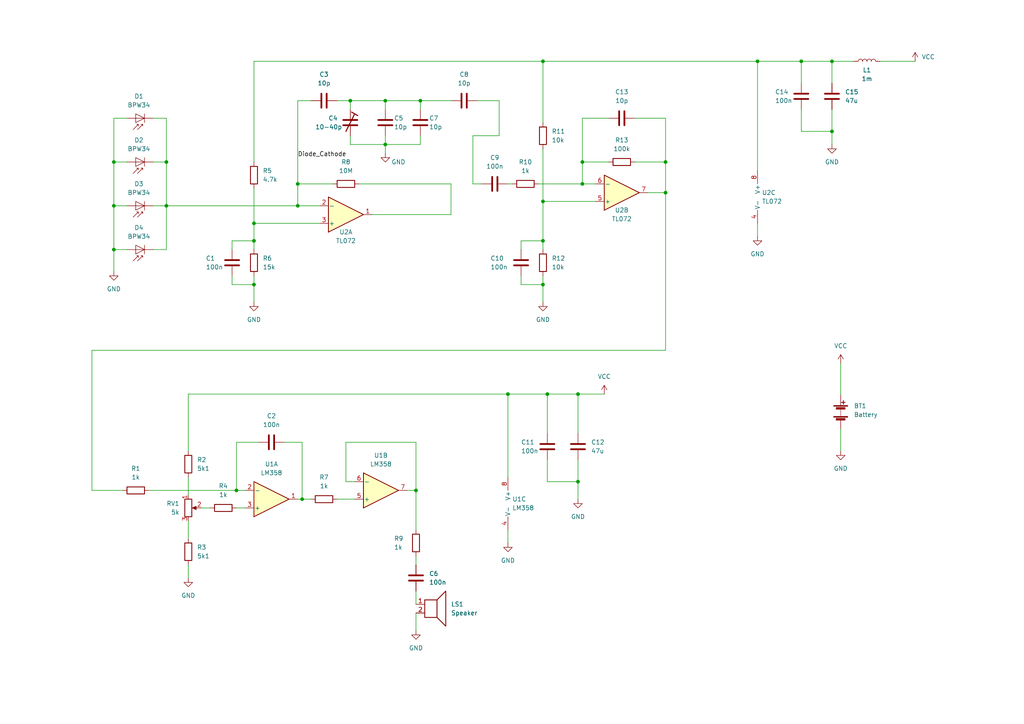
<source format=kicad_sch>
(kicad_sch (version 20211123) (generator eeschema)
  (paper "A4")
  (title_block (title "PIN dióda alapú Geiger-Müller recsegő") (date "2022-04-23") (rev "1.0"))
  (lib_symbols
    (symbol "Amplifier_Operational:LM358" (pin_names (offset 0.127))
      (property "Reference" "U" (at 0 5.08 0))
      (property "Value" "LM358" (at 0 -5.08 0))
      (symbol "LM358_1_1"
        (polyline (pts (xy -5.08 5.08) (xy 5.08 0) (xy -5.08 -5.08) (xy -5.08 5.08)) (stroke (width 0.254)) (fill (type background)))
        (pin output line (at 7.62 0 180) (length 2.54) (name "~") (number "1"))
        (pin input line (at -7.62 -2.54 0) (length 2.54) (name "-") (number "2"))
        (pin input line (at -7.62 2.54 0) (length 2.54) (name "+") (number "3"))
      )
      (symbol "LM358_2_1"
        (polyline (pts (xy -5.08 5.08) (xy 5.08 0) (xy -5.08 -5.08) (xy -5.08 5.08)) (stroke (width 0.254)) (fill (type background)))
        (pin input line (at -7.62 2.54 0) (length 2.54) (name "+") (number "5"))
        (pin input line (at -7.62 -2.54 0) (length 2.54) (name "-") (number "6"))
        (pin output line (at 7.62 0 180) (length 2.54) (name "~") (number "7"))
      )
      (symbol "LM358_3_1"
        (pin power_in line (at -2.54 -7.62 90) (length 3.81) (name "V-") (number "4"))
        (pin power_in line (at -2.54 7.62 270) (length 3.81) (name "V+") (number "8"))
      )
    )
    (symbol "Amplifier_Operational:TL072" (pin_names (offset 0.127))
      (property "Reference" "U" (at 0 5.08 0))
      (property "Value" "TL072" (at 0 -5.08 0))
      (symbol "TL072_1_1"
        (polyline (pts (xy -5.08 5.08) (xy 5.08 0) (xy -5.08 -5.08) (xy -5.08 5.08)) (stroke (width 0.254)) (fill (type background)))
        (pin output line (at 7.62 0 180) (length 2.54) (name "~") (number "1"))
        (pin input line (at -7.62 -2.54 0) (length 2.54) (name "-") (number "2"))
        (pin input line (at -7.62 2.54 0) (length 2.54) (name "+") (number "3"))
      )
      (symbol "TL072_2_1"
        (polyline (pts (xy -5.08 5.08) (xy 5.08 0) (xy -5.08 -5.08) (xy -5.08 5.08)) (stroke (width 0.254)) (fill (type background)))
        (pin input line (at -7.62 2.54 0) (length 2.54) (name "+") (number "5"))
        (pin input line (at -7.62 -2.54 0) (length 2.54) (name "-") (number "6"))
        (pin output line (at 7.62 0 180) (length 2.54) (name "~") (number "7"))
      )
      (symbol "TL072_3_1"
        (pin power_in line (at -2.54 -7.62 90) (length 3.81) (name "V-") (number "4"))
        (pin power_in line (at -2.54 7.62 270) (length 3.81) (name "V+") (number "8"))
      )
    )
    (symbol "Device:Battery" (pin_numbers hide) (pin_names (offset 0) hide)
      (property "Reference" "BT" (at 2.54 2.54 0))
      (property "Value" "Battery" (at 2.54 0 0))
      (symbol "Battery_0_1"
        (rectangle (start -2.032 -1.397) (end 2.032 -1.651) (fill (type outline)))
        (rectangle (start -2.032 1.778) (end 2.032 1.524) (fill (type outline)))
        (rectangle (start -1.3208 -1.9812) (end 1.27 -2.4892) (fill (type outline)))
        (rectangle (start -1.3208 1.1938) (end 1.27 0.6858) (fill (type outline)))
        (polyline (pts (xy 0 -1.524) (xy 0 -1.27)))
        (polyline (pts (xy 0 -1.016) (xy 0 -0.762)))
        (polyline (pts (xy 0 -0.508) (xy 0 -0.254)))
        (polyline (pts (xy 0 0) (xy 0 0.254)))
        (polyline (pts (xy 0 0.508) (xy 0 0.762)))
        (polyline (pts (xy 0 1.778) (xy 0 2.54)))
        (polyline (pts (xy 0.254 2.667) (xy 1.27 2.667)) (stroke (width 0.254)))
        (polyline (pts (xy 0.762 3.175) (xy 0.762 2.159)) (stroke (width 0.254)))
      )
      (symbol "Battery_1_1"
        (pin passive line (at 0 5.08 270) (length 2.54) (name "+") (number "1"))
        (pin passive line (at 0 -5.08 90) (length 2.54) (name "-") (number "2"))
      )
    )
    (symbol "Device:C" (pin_numbers hide) (pin_names (offset 0.254))
      (property "Reference" "C" (at 0.635 2.54 0))
      (property "Value" "C" (at 0.635 -2.54 0))
      (symbol "C_0_1"
        (polyline (pts (xy -2.032 -0.762) (xy 2.032 -0.762)) (stroke (width 0.508)))
        (polyline (pts (xy -2.032 0.762) (xy 2.032 0.762)) (stroke (width 0.508)))
      )
      (symbol "C_1_1"
        (pin passive line (at 0 3.81 270) (length 2.794) (name "~") (number "1"))
        (pin passive line (at 0 -3.81 90) (length 2.794) (name "~") (number "2"))
      )
    )
    (symbol "Device:C_Trim" (pin_numbers hide) (pin_names (offset 0.254) hide)
      (property "Reference" "C" (at 1.524 -2.032 0))
      (property "Value" "C_Trim" (at 3.048 -3.556 0))
      (symbol "C_Trim_0_1"
        (polyline (pts (xy -2.032 -0.762) (xy 2.032 -0.762)) (stroke (width 0.508)))
        (polyline (pts (xy -2.032 0.762) (xy 2.032 0.762)) (stroke (width 0.508)))
        (polyline (pts (xy 1.27 2.54) (xy -1.27 -2.54)) (stroke (width 0.3048)))
        (polyline (pts (xy 1.27 2.54) (xy 0.381 3.048)) (stroke (width 0.3048)))
        (polyline (pts (xy 1.27 2.54) (xy 2.159 2.032)) (stroke (width 0.3048)))
      )
      (symbol "C_Trim_1_1"
        (pin passive line (at 0 3.81 270) (length 3.048) (name "~") (number "1"))
        (pin passive line (at 0 -3.81 90) (length 3.048) (name "~") (number "2"))
      )
    )
    (symbol "Device:L" (pin_numbers hide) (pin_names (offset 1.016) hide)
      (property "Reference" "L" (at -1.27 0 90))
      (property "Value" "L" (at 1.905 0 90))
      (symbol "L_0_1"
        (arc (start 0 -2.54) (mid 0.635 -1.905) (end 0 -1.27))
        (arc (start 0 -1.27) (mid 0.635 -0.635) (end 0 0))
        (arc (start 0 0) (mid 0.635 0.635) (end 0 1.27))
        (arc (start 0 1.27) (mid 0.635 1.905) (end 0 2.54))
      )
      (symbol "L_1_1"
        (pin passive line (at 0 3.81 270) (length 1.27) (name "1") (number "1"))
        (pin passive line (at 0 -3.81 90) (length 1.27) (name "2") (number "2"))
      )
    )
    (symbol "Device:R" (pin_numbers hide) (pin_names (offset 0))
      (property "Reference" "R" (at 2.032 0 90))
      (property "Value" "R" (at 0 0 90))
      (symbol "R_0_1"
        (rectangle (start -1.016 -2.54) (end 1.016 2.54) (stroke (width 0.254)))
      )
      (symbol "R_1_1"
        (pin passive line (at 0 3.81 270) (length 1.27) (name "~") (number "1"))
        (pin passive line (at 0 -3.81 90) (length 1.27) (name "~") (number "2"))
      )
    )
    (symbol "Device:R_Potentiometer" (pin_names (offset 1.016) hide)
      (property "Reference" "RV" (at -4.445 0 90))
      (property "Value" "R_Potentiometer" (at -2.54 0 90))
      (symbol "R_Potentiometer_0_1"
        (polyline (pts (xy 2.54 0) (xy 1.524 0)))
        (polyline (pts (xy 1.143 0) (xy 2.286 0.508) (xy 2.286 -0.508) (xy 1.143 0)) (fill (type outline)))
        (rectangle (start 1.016 2.54) (end -1.016 -2.54) (stroke (width 0.254)))
      )
      (symbol "R_Potentiometer_1_1"
        (pin passive line (at 0 3.81 270) (length 1.27) (name "1") (number "1"))
        (pin passive line (at 3.81 0 180) (length 1.27) (name "2") (number "2"))
        (pin passive line (at 0 -3.81 90) (length 1.27) (name "3") (number "3"))
      )
    )
    (symbol "Device:Speaker" (pin_names (offset 0) hide)
      (property "Reference" "LS" (at 1.27 5.715 0))
      (property "Value" "Speaker" (at 1.27 3.81 0))
      (symbol "Speaker_0_0"
        (rectangle (start -2.54 1.27) (end 1.016 -3.81) (stroke (width 0.254)))
        (polyline (pts (xy 1.016 1.27) (xy 3.556 3.81) (xy 3.556 -6.35) (xy 1.016 -3.81)) (stroke (width 0.254)))
      )
      (symbol "Speaker_1_1"
        (pin input line (at -5.08 0 0) (length 2.54) (name "1") (number "1"))
        (pin input line (at -5.08 -2.54 0) (length 2.54) (name "2") (number "2"))
      )
    )
    (symbol "Sensor_Optical:BPW34" (pin_numbers hide) (pin_names (offset 1.016) hide)
      (property "Reference" "D" (at 0.508 1.778 0))
      (property "Value" "BPW34" (at -1.016 -2.794 0))
      (symbol "BPW34_0_1"
        (polyline (pts (xy -2.54 1.27) (xy -2.54 -1.27)) (stroke (width 0.1524)))
        (polyline (pts (xy -2.032 1.778) (xy -1.524 1.778)))
        (polyline (pts (xy 0 -1.27) (xy 0 1.27)))
        (polyline (pts (xy 0 0) (xy -2.54 0)))
        (polyline (pts (xy -0.508 3.302) (xy -2.032 1.778) (xy -2.032 2.286)))
        (polyline (pts (xy 0 1.27) (xy -2.54 0) (xy 0 -1.27)))
        (polyline (pts (xy 0.762 3.302) (xy -0.762 1.778) (xy -0.762 2.286) (xy -0.762 1.778) (xy -0.254 1.778)))
      )
      (symbol "BPW34_1_1"
        (pin passive line (at -5.08 0 0) (length 2.54) (name "K") (number "1"))
        (pin passive line (at 2.54 0 180) (length 2.54) (name "A") (number "2"))
      )
    )
    (symbol "power:GND" (power) (pin_names (offset 0))
      (property "Value" "GND" (at 0 -3.81 0))
      (symbol "GND_0_1"
        (polyline (pts (xy 0 0) (xy 0 -1.27) (xy 1.27 -1.27) (xy 0 -2.54) (xy -1.27 -1.27) (xy 0 -1.27)))
      )
      (symbol "GND_1_1"
        (pin power_in line (at 0 0 270) (length 0) hide (name "GND") (number "1"))
      )
    )
    (symbol "power:VCC" (power) (pin_names (offset 0))
      (property "Value" "VCC" (at 0 3.81 0))
      (symbol "VCC_0_1"
        (polyline (pts (xy -0.762 1.27) (xy 0 2.54)))
        (polyline (pts (xy 0 0) (xy 0 2.54)))
        (polyline (pts (xy 0 2.54) (xy 0.762 1.27)))
      )
      (symbol "VCC_1_1"
        (pin power_in line (at 0 0 90) (length 0) hide (name "VCC") (number "1"))
      )
    )
  )
  (junction (at 73.66 64.77))
  (junction (at 73.66 69.85))
  (junction (at 33.02 72.39))
  (junction (at 241.3 38.1))
  (junction (at 241.3 17.78))
  (junction (at 111.76 41.91))
  (junction (at 101.6 29.21))
  (junction (at 87.63 144.78))
  (junction (at 193.04 55.88))
  (junction (at 193.04 46.99))
  (junction (at 68.58 142.24))
  (junction (at 168.91 53.34))
  (junction (at 157.48 17.78))
  (junction (at 121.92 29.21))
  (junction (at 33.02 46.99))
  (junction (at 33.02 59.69))
  (junction (at 48.26 59.69))
  (junction (at 157.48 82.55))
  (junction (at 48.26 46.99))
  (junction (at 168.91 46.99))
  (junction (at 219.71 17.78))
  (junction (at 232.41 17.78))
  (junction (at 111.76 29.21))
  (junction (at 158.75 114.3))
  (junction (at 167.64 139.7))
  (junction (at 86.36 59.69))
  (junction (at 86.36 53.34))
  (junction (at 73.66 82.55))
  (junction (at 147.32 114.3))
  (junction (at 167.64 114.3))
  (junction (at 157.48 69.85))
  (junction (at 120.65 142.24))
  (junction (at 157.48 58.42))
  (wire (pts (xy 54.61 138.43) (xy 54.61 143.51)))
  (wire (pts (xy 101.6 29.21) (xy 111.76 29.21)))
  (wire (pts (xy 120.65 161.29) (xy 120.65 163.83)))
  (wire (pts (xy 44.45 59.69) (xy 48.26 59.69)))
  (wire (pts (xy 184.15 34.29) (xy 193.04 34.29)))
  (wire (pts (xy 33.02 46.99) (xy 36.83 46.99)))
  (wire (pts (xy 101.6 29.21) (xy 101.6 31.75)))
  (wire (pts (xy 111.76 29.21) (xy 121.92 29.21)))
  (wire (pts (xy 120.65 142.24) (xy 120.65 153.67)))
  (wire (pts (xy 33.02 72.39) (xy 33.02 78.74)))
  (wire (pts (xy 101.6 41.91) (xy 101.6 39.37)))
  (wire (pts (xy 157.48 80.01) (xy 157.48 82.55)))
  (wire (pts (xy 144.78 29.21) (xy 144.78 39.37)))
  (wire (pts (xy 26.67 142.24) (xy 26.67 101.6)))
  (wire (pts (xy 167.64 139.7) (xy 167.64 133.35)))
  (wire (pts (xy 35.56 142.24) (xy 26.67 142.24)))
  (wire (pts (xy 219.71 17.78) (xy 219.71 49.53)))
  (wire (pts (xy 167.64 139.7) (xy 167.64 144.78)))
  (wire (pts (xy 151.13 80.01) (xy 151.13 82.55)))
  (wire (pts (xy 48.26 72.39) (xy 48.26 59.69)))
  (wire (pts (xy 90.17 29.21) (xy 86.36 29.21)))
  (wire (pts (xy 147.32 114.3) (xy 147.32 138.43)))
  (wire (pts (xy 73.66 80.01) (xy 73.66 82.55)))
  (wire (pts (xy 68.58 147.32) (xy 71.12 147.32)))
  (wire (pts (xy 121.92 29.21) (xy 121.92 31.75)))
  (wire (pts (xy 151.13 72.39) (xy 151.13 69.85)))
  (wire (pts (xy 243.84 105.41) (xy 243.84 114.3)))
  (wire (pts (xy 54.61 151.13) (xy 54.61 156.21)))
  (wire (pts (xy 151.13 82.55) (xy 157.48 82.55)))
  (wire (pts (xy 67.31 69.85) (xy 73.66 69.85)))
  (wire (pts (xy 100.33 128.27) (xy 120.65 128.27)))
  (wire (pts (xy 86.36 53.34) (xy 86.36 59.69)))
  (wire (pts (xy 73.66 64.77) (xy 92.71 64.77)))
  (wire (pts (xy 58.42 147.32) (xy 60.96 147.32)))
  (wire (pts (xy 241.3 17.78) (xy 241.3 24.13)))
  (wire (pts (xy 168.91 34.29) (xy 168.91 46.99)))
  (wire (pts (xy 86.36 59.69) (xy 92.71 59.69)))
  (wire (pts (xy 102.87 139.7) (xy 100.33 139.7)))
  (wire (pts (xy 193.04 34.29) (xy 193.04 46.99)))
  (wire (pts (xy 86.36 29.21) (xy 86.36 53.34)))
  (wire (pts (xy 158.75 125.73) (xy 158.75 114.3)))
  (wire (pts (xy 73.66 17.78) (xy 73.66 46.99)))
  (wire (pts (xy 43.18 142.24) (xy 68.58 142.24)))
  (wire (pts (xy 82.55 128.27) (xy 87.63 128.27)))
  (wire (pts (xy 232.41 24.13) (xy 232.41 17.78)))
  (wire (pts (xy 219.71 64.77) (xy 219.71 68.58)))
  (wire (pts (xy 74.93 128.27) (xy 68.58 128.27)))
  (wire (pts (xy 67.31 80.01) (xy 67.31 82.55)))
  (wire (pts (xy 68.58 142.24) (xy 71.12 142.24)))
  (wire (pts (xy 121.92 29.21) (xy 130.81 29.21)))
  (wire (pts (xy 243.84 124.46) (xy 243.84 130.81)))
  (wire (pts (xy 44.45 34.29) (xy 48.26 34.29)))
  (wire (pts (xy 67.31 82.55) (xy 73.66 82.55)))
  (wire (pts (xy 167.64 125.73) (xy 167.64 114.3)))
  (wire (pts (xy 87.63 128.27) (xy 87.63 144.78)))
  (wire (pts (xy 137.16 53.34) (xy 139.7 53.34)))
  (wire (pts (xy 73.66 17.78) (xy 157.48 17.78)))
  (wire (pts (xy 111.76 44.45) (xy 111.76 41.91)))
  (wire (pts (xy 111.76 29.21) (xy 111.76 31.75)))
  (wire (pts (xy 120.65 142.24) (xy 118.11 142.24)))
  (wire (pts (xy 33.02 72.39) (xy 36.83 72.39)))
  (wire (pts (xy 232.41 17.78) (xy 241.3 17.78)))
  (wire (pts (xy 157.48 17.78) (xy 157.48 35.56)))
  (wire (pts (xy 48.26 34.29) (xy 48.26 46.99)))
  (wire (pts (xy 167.64 114.3) (xy 175.26 114.3)))
  (wire (pts (xy 73.66 69.85) (xy 73.66 72.39)))
  (wire (pts (xy 130.81 53.34) (xy 130.81 62.23)))
  (wire (pts (xy 111.76 41.91) (xy 111.76 39.37)))
  (wire (pts (xy 33.02 59.69) (xy 33.02 72.39)))
  (wire (pts (xy 158.75 139.7) (xy 167.64 139.7)))
  (wire (pts (xy 36.83 34.29) (xy 33.02 34.29)))
  (wire (pts (xy 33.02 59.69) (xy 36.83 59.69)))
  (wire (pts (xy 107.95 62.23) (xy 130.81 62.23)))
  (wire (pts (xy 44.45 46.99) (xy 48.26 46.99)))
  (wire (pts (xy 232.41 31.75) (xy 232.41 38.1)))
  (wire (pts (xy 111.76 41.91) (xy 101.6 41.91)))
  (wire (pts (xy 168.91 46.99) (xy 176.53 46.99)))
  (wire (pts (xy 54.61 163.83) (xy 54.61 167.64)))
  (wire (pts (xy 138.43 29.21) (xy 144.78 29.21)))
  (wire (pts (xy 96.52 53.34) (xy 86.36 53.34)))
  (wire (pts (xy 26.67 101.6) (xy 193.04 101.6)))
  (wire (pts (xy 120.65 171.45) (xy 120.65 175.26)))
  (wire (pts (xy 147.32 53.34) (xy 148.59 53.34)))
  (wire (pts (xy 100.33 139.7) (xy 100.33 128.27)))
  (wire (pts (xy 241.3 17.78) (xy 247.65 17.78)))
  (wire (pts (xy 232.41 38.1) (xy 241.3 38.1)))
  (wire (pts (xy 87.63 144.78) (xy 90.17 144.78)))
  (wire (pts (xy 167.64 114.3) (xy 158.75 114.3)))
  (wire (pts (xy 168.91 53.34) (xy 172.72 53.34)))
  (wire (pts (xy 184.15 46.99) (xy 193.04 46.99)))
  (wire (pts (xy 157.48 43.18) (xy 157.48 58.42)))
  (wire (pts (xy 144.78 39.37) (xy 137.16 39.37)))
  (wire (pts (xy 86.36 144.78) (xy 87.63 144.78)))
  (wire (pts (xy 241.3 38.1) (xy 241.3 41.91)))
  (wire (pts (xy 48.26 59.69) (xy 86.36 59.69)))
  (wire (pts (xy 219.71 17.78) (xy 232.41 17.78)))
  (wire (pts (xy 111.76 41.91) (xy 121.92 41.91)))
  (wire (pts (xy 157.48 58.42) (xy 157.48 69.85)))
  (wire (pts (xy 193.04 101.6) (xy 193.04 55.88)))
  (wire (pts (xy 120.65 128.27) (xy 120.65 142.24)))
  (wire (pts (xy 157.48 82.55) (xy 157.48 87.63)))
  (wire (pts (xy 33.02 46.99) (xy 33.02 59.69)))
  (wire (pts (xy 97.79 29.21) (xy 101.6 29.21)))
  (wire (pts (xy 68.58 128.27) (xy 68.58 142.24)))
  (wire (pts (xy 97.79 144.78) (xy 102.87 144.78)))
  (wire (pts (xy 73.66 82.55) (xy 73.66 87.63)))
  (wire (pts (xy 33.02 34.29) (xy 33.02 46.99)))
  (wire (pts (xy 73.66 54.61) (xy 73.66 64.77)))
  (wire (pts (xy 193.04 46.99) (xy 193.04 55.88)))
  (wire (pts (xy 156.21 53.34) (xy 168.91 53.34)))
  (wire (pts (xy 158.75 133.35) (xy 158.75 139.7)))
  (wire (pts (xy 44.45 72.39) (xy 48.26 72.39)))
  (wire (pts (xy 151.13 69.85) (xy 157.48 69.85)))
  (wire (pts (xy 137.16 39.37) (xy 137.16 53.34)))
  (wire (pts (xy 157.48 58.42) (xy 172.72 58.42)))
  (wire (pts (xy 120.65 177.8) (xy 120.65 182.88)))
  (wire (pts (xy 157.48 17.78) (xy 219.71 17.78)))
  (wire (pts (xy 255.27 17.78) (xy 265.43 17.78)))
  (wire (pts (xy 67.31 72.39) (xy 67.31 69.85)))
  (wire (pts (xy 168.91 46.99) (xy 168.91 53.34)))
  (wire (pts (xy 147.32 153.67) (xy 147.32 157.48)))
  (wire (pts (xy 73.66 64.77) (xy 73.66 69.85)))
  (wire (pts (xy 48.26 46.99) (xy 48.26 59.69)))
  (wire (pts (xy 176.53 34.29) (xy 168.91 34.29)))
  (wire (pts (xy 157.48 69.85) (xy 157.48 72.39)))
  (wire (pts (xy 147.32 114.3) (xy 158.75 114.3)))
  (wire (pts (xy 121.92 41.91) (xy 121.92 39.37)))
  (wire (pts (xy 54.61 130.81) (xy 54.61 114.3)))
  (wire (pts (xy 104.14 53.34) (xy 130.81 53.34)))
  (wire (pts (xy 241.3 31.75) (xy 241.3 38.1)))
  (wire (pts (xy 193.04 55.88) (xy 187.96 55.88)))
  (wire (pts (xy 54.61 114.3) (xy 147.32 114.3)))
  (label "Diode_Cathode" (at 86.36 45.72 0))
  (symbol (lib_id "Device:C") (at 78.74 128.27 90) (unit 1)
    (property "Reference" "C2" (at 78.74 120.65 90))
    (property "Value" "100n" (at 78.74 123.19 90))
    (property "Footprint" "Homemade:C_1206_3216Metric_homemade" (effects hide))
  )
  (symbol (lib_id "Device:R") (at 54.61 134.62 0) (unit 1)
    (property "Reference" "R2" (at 57.15 133.3499 0) (effects (justify left)))
    (property "Value" "5k1" (at 57.15 135.8899 0) (effects (justify left)))
    (property "Footprint" "Homemade:R_1206_3216Metric_homemade" (effects hide))
  )
  (symbol (lib_id "Device:R") (at 73.66 50.8 0) (unit 1)
    (property "Reference" "R5" (at 76.2 49.5299 0) (effects (justify left)))
    (property "Value" "4.7k" (at 76.2 52.0699 0) (effects (justify left)))
    (property "Footprint" "Homemade:R_1206_3216Metric_homemade" (effects hide))
  )
  (symbol (lib_id "power:VCC") (at 243.84 105.41 0) (unit 1)
    (property "Reference" "#PWR012" (effects hide))
    (property "Value" "VCC" (at 243.84 100.33 0))
  )
  (symbol (lib_id "Device:L") (at 251.46 17.78 90) (unit 1)
    (property "Reference" "L1" (at 251.46 20.32 90))
    (property "Value" "1m" (at 251.46 22.86 90))
    (property "Footprint" "Homemade:L_Bourns_SRR0604_homemade" (effects hide))
  )
  (symbol (lib_id "Amplifier_Operational:LM358") (at 149.86 146.05 0) (unit 3)
    (property "Reference" "U1" (at 148.59 144.7799 0) (effects (justify left)))
    (property "Value" "LM358" (at 148.59 147.3199 0) (effects (justify left)))
    (property "Footprint" "Homemade:SO-8_3.9x4.9mm_homemade" (effects hide))
    (property "Datasheet" "http://www.ti.com/lit/ds/symlink/lm2904-n.pdf" (effects hide))
  )
  (symbol (lib_id "power:GND") (at 157.48 87.63 0) (unit 1)
    (property "Reference" "#PWR07" (effects hide))
    (property "Value" "GND" (at 157.48 92.71 0))
  )
  (symbol (lib_id "Device:C") (at 167.64 129.54 0) (unit 1)
    (property "Reference" "C12" (at 171.45 128.2699 0) (effects (justify left)))
    (property "Value" "47u" (at 171.45 130.8099 0) (effects (justify left)))
    (property "Footprint" "Homemade:C_1210_3225Metric_homemade" (effects hide))
  )
  (symbol (lib_id "Device:R") (at 39.37 142.24 90) (unit 1)
    (property "Reference" "R1" (at 39.37 135.89 90))
    (property "Value" "1k" (at 39.37 138.43 90))
    (property "Footprint" "Homemade:R_1206_3216Metric_homemade" (effects hide))
  )
  (symbol (lib_id "Device:C") (at 143.51 53.34 90) (unit 1)
    (property "Reference" "C9" (at 143.51 45.72 90))
    (property "Value" "100n" (at 143.51 48.26 90))
    (property "Footprint" "Homemade:C_1206_3216Metric_homemade" (effects hide))
  )
  (symbol (lib_id "Amplifier_Operational:LM358") (at 110.49 142.24 0) (mirror x) (unit 2)
    (property "Reference" "U1" (at 110.49 132.08 0))
    (property "Value" "LM358" (at 110.49 134.62 0))
    (property "Footprint" "Homemade:SO-8_3.9x4.9mm_homemade" (effects hide))
    (property "Datasheet" "http://www.ti.com/lit/ds/symlink/lm2904-n.pdf" (effects hide))
  )
  (symbol (lib_id "Device:R") (at 157.48 39.37 0) (unit 1)
    (property "Reference" "R11" (at 160.02 38.0999 0) (effects (justify left)))
    (property "Value" "10k" (at 160.02 40.6399 0) (effects (justify left)))
    (property "Footprint" "Homemade:R_1206_3216Metric_homemade" (effects hide))
  )
  (symbol (lib_id "Device:C") (at 180.34 34.29 90) (unit 1)
    (property "Reference" "C13" (at 180.34 26.67 90))
    (property "Value" "10p" (at 180.34 29.21 90))
    (property "Footprint" "Homemade:C_1206_3216Metric_homemade" (effects hide))
  )
  (symbol (lib_id "Device:R") (at 54.61 160.02 0) (unit 1)
    (property "Reference" "R3" (at 57.15 158.7499 0) (effects (justify left)))
    (property "Value" "5k1" (at 57.15 161.2899 0) (effects (justify left)))
    (property "Footprint" "Homemade:R_1206_3216Metric_homemade" (effects hide))
  )
  (symbol (lib_id "Device:R") (at 120.65 157.48 0) (unit 1)
    (property "Reference" "R9" (at 114.3 156.21 0) (effects (justify left)))
    (property "Value" "1k" (at 114.3 158.75 0) (effects (justify left)))
    (property "Footprint" "Homemade:R_1206_3216Metric_homemade" (effects hide))
  )
  (symbol (lib_id "Device:R") (at 73.66 76.2 0) (unit 1)
    (property "Reference" "R6" (at 76.2 74.9299 0) (effects (justify left)))
    (property "Value" "15k" (at 76.2 77.4699 0) (effects (justify left)))
    (property "Footprint" "Homemade:R_1206_3216Metric_homemade" (effects hide))
  )
  (symbol (lib_id "power:GND") (at 243.84 130.81 0) (unit 1)
    (property "Reference" "#PWR013" (effects hide))
    (property "Value" "GND" (at 243.84 135.89 0))
  )
  (symbol (lib_id "Device:R") (at 180.34 46.99 90) (unit 1)
    (property "Reference" "R13" (at 180.34 40.64 90))
    (property "Value" "100k" (at 180.34 43.18 90))
    (property "Footprint" "Homemade:R_1206_3216Metric_homemade" (effects hide))
  )
  (symbol (lib_id "Device:C") (at 121.92 35.56 0) (unit 1)
    (property "Reference" "C7" (at 124.46 34.29 0) (effects (justify left)))
    (property "Value" "10p" (at 124.46 36.83 0) (effects (justify left)))
    (property "Footprint" "Homemade:C_1206_3216Metric_homemade" (effects hide))
  )
  (symbol (lib_id "Device:C") (at 93.98 29.21 90) (unit 1)
    (property "Reference" "C3" (at 93.98 21.59 90))
    (property "Value" "10p" (at 93.98 24.13 90))
    (property "Footprint" "Homemade:C_1206_3216Metric_homemade" (effects hide))
  )
  (symbol (lib_id "power:GND") (at 167.64 144.78 0) (unit 1)
    (property "Reference" "#PWR08" (effects hide))
    (property "Value" "GND" (at 167.64 149.86 0))
  )
  (symbol (lib_id "Device:C") (at 67.31 76.2 0) (unit 1)
    (property "Reference" "C1" (at 59.69 74.93 0) (effects (justify left)))
    (property "Value" "100n" (at 59.69 77.47 0) (effects (justify left)))
    (property "Footprint" "Homemade:C_1206_3216Metric_homemade" (effects hide))
  )
  (symbol (lib_id "power:GND") (at 147.32 157.48 0) (unit 1)
    (property "Reference" "#PWR06" (effects hide))
    (property "Value" "GND" (at 147.32 162.56 0))
  )
  (symbol (lib_id "Sensor_Optical:BPW34") (at 39.37 59.69 180) (unit 1)
    (property "Reference" "D3" (at 40.2971 53.34 0))
    (property "Value" "BPW34" (at 40.2971 55.88 0))
    (property "Footprint" "Homemade:BPW34_homemade" (effects hide))
    (property "Datasheet" "http://www.vishay.com/docs/81521/bpw34.pdf" (effects hide))
  )
  (symbol (lib_id "Device:Battery") (at 243.84 119.38 0) (unit 1)
    (property "Reference" "BT1" (at 247.65 117.7289 0) (effects (justify left)))
    (property "Value" "Battery" (at 247.65 120.2689 0) (effects (justify left)))
    (property "Footprint" "Homemade:SolderWire-homemade" (effects hide))
  )
  (symbol (lib_id "Amplifier_Operational:TL072") (at 222.25 57.15 0) (unit 3)
    (property "Reference" "U2" (at 220.98 55.8799 0) (effects (justify left)))
    (property "Value" "TL072" (at 220.98 58.4199 0) (effects (justify left)))
    (property "Footprint" "Homemade:SO-8_3.9x4.9mm_homemade" (effects hide))
    (property "Datasheet" "http://www.ti.com/lit/ds/symlink/tl071.pdf" (effects hide))
  )
  (symbol (lib_id "Device:C") (at 111.76 35.56 0) (unit 1)
    (property "Reference" "C5" (at 114.3 34.29 0) (effects (justify left)))
    (property "Value" "10p" (at 114.3 36.83 0) (effects (justify left)))
    (property "Footprint" "Homemade:C_1206_3216Metric_homemade" (effects hide))
  )
  (symbol (lib_id "Device:R") (at 93.98 144.78 90) (unit 1)
    (property "Reference" "R7" (at 93.98 138.43 90))
    (property "Value" "1k" (at 93.98 140.97 90))
    (property "Footprint" "Homemade:R_1206_3216Metric_homemade" (effects hide))
  )
  (symbol (lib_id "Device:C") (at 241.3 27.94 0) (unit 1)
    (property "Reference" "C15" (at 245.11 26.6699 0) (effects (justify left)))
    (property "Value" "47u" (at 245.11 29.2099 0) (effects (justify left)))
    (property "Footprint" "Homemade:C_1210_3225Metric_homemade" (effects hide))
  )
  (symbol (lib_id "Sensor_Optical:BPW34") (at 39.37 34.29 180) (unit 1)
    (property "Reference" "D1" (at 40.2971 27.94 0))
    (property "Value" "BPW34" (at 40.2971 30.48 0))
    (property "Footprint" "Homemade:BPW34_homemade" (effects hide))
    (property "Datasheet" "http://www.vishay.com/docs/81521/bpw34.pdf" (effects hide))
  )
  (symbol (lib_id "Device:C") (at 134.62 29.21 90) (unit 1)
    (property "Reference" "C8" (at 134.62 21.59 90))
    (property "Value" "10p" (at 134.62 24.13 90))
    (property "Footprint" "Homemade:C_1206_3216Metric_homemade" (effects hide))
  )
  (symbol (lib_id "Device:C_Trim") (at 101.6 35.56 0) (unit 1)
    (property "Reference" "C4" (at 95.25 34.29 0) (effects (justify left)))
    (property "Value" "10-40p" (at 91.44 36.83 0) (effects (justify left)))
    (property "Footprint" "Homemade:C_trimmer_D10mm_homemade" (effects hide))
  )
  (symbol (lib_id "power:GND") (at 33.02 78.74 0) (unit 1)
    (property "Reference" "#PWR01" (effects hide))
    (property "Value" "GND" (at 33.02 83.82 0))
  )
  (symbol (lib_id "power:VCC") (at 175.26 114.3 0) (unit 1)
    (property "Reference" "#PWR09" (effects hide))
    (property "Value" "VCC" (at 175.26 109.22 0))
  )
  (symbol (lib_id "Device:R") (at 152.4 53.34 90) (unit 1)
    (property "Reference" "R10" (at 152.4 46.99 90))
    (property "Value" "1k" (at 152.4 49.53 90))
    (property "Footprint" "Homemade:R_1206_3216Metric_homemade" (effects hide))
  )
  (symbol (lib_id "power:GND") (at 241.3 41.91 0) (unit 1)
    (property "Reference" "#PWR011" (effects hide))
    (property "Value" "GND" (at 241.3 46.99 0))
  )
  (symbol (lib_id "Device:R") (at 157.48 76.2 0) (unit 1)
    (property "Reference" "R12" (at 160.02 74.9299 0) (effects (justify left)))
    (property "Value" "10k" (at 160.02 77.4699 0) (effects (justify left)))
    (property "Footprint" "Homemade:R_1206_3216Metric_homemade" (effects hide))
  )
  (symbol (lib_id "Sensor_Optical:BPW34") (at 39.37 72.39 180) (unit 1)
    (property "Reference" "D4" (at 40.2971 66.04 0))
    (property "Value" "BPW34" (at 40.2971 68.58 0))
    (property "Footprint" "Homemade:BPW34_homemade" (effects hide))
    (property "Datasheet" "http://www.vishay.com/docs/81521/bpw34.pdf" (effects hide))
  )
  (symbol (lib_id "power:GND") (at 73.66 87.63 0) (unit 1)
    (property "Reference" "#PWR03" (effects hide))
    (property "Value" "GND" (at 73.66 92.71 0))
  )
  (symbol (lib_id "Amplifier_Operational:TL072") (at 100.33 62.23 0) (mirror x) (unit 1)
    (property "Reference" "U2" (at 100.33 67.31 0))
    (property "Value" "TL072" (at 100.33 69.85 0))
    (property "Footprint" "Homemade:SO-8_3.9x4.9mm_homemade" (effects hide))
    (property "Datasheet" "http://www.ti.com/lit/ds/symlink/tl071.pdf" (effects hide))
  )
  (symbol (lib_id "Device:Speaker") (at 125.73 175.26 0) (unit 1)
    (property "Reference" "LS1" (at 130.81 175.2599 0) (effects (justify left)))
    (property "Value" "Speaker" (at 130.81 177.7999 0) (effects (justify left)))
    (property "Footprint" "Homemade:SolderWire-homemade" (effects hide))
  )
  (symbol (lib_id "power:GND") (at 120.65 182.88 0) (unit 1)
    (property "Reference" "#PWR05" (effects hide))
    (property "Value" "GND" (at 120.65 187.96 0))
  )
  (symbol (lib_id "Device:C") (at 120.65 167.64 0) (unit 1)
    (property "Reference" "C6" (at 124.46 166.3699 0) (effects (justify left)))
    (property "Value" "100n" (at 124.46 168.9099 0) (effects (justify left)))
    (property "Footprint" "Homemade:C_1206_3216Metric_homemade" (effects hide))
  )
  (symbol (lib_id "power:GND") (at 111.76 44.45 0) (unit 1)
    (property "Reference" "#PWR04" (effects hide))
    (property "Value" "GND" (at 115.57 46.99 0))
  )
  (symbol (lib_id "Device:R_Potentiometer") (at 54.61 147.32 0) (unit 1)
    (property "Reference" "RV1" (at 52.07 146.0499 0) (effects (justify right)))
    (property "Value" "5k" (at 52.07 148.5899 0) (effects (justify right)))
    (property "Footprint" "Homemade:Potentiometer_D10_vert_homemade" (effects hide))
  )
  (symbol (lib_id "Device:R") (at 100.33 53.34 90) (unit 1)
    (property "Reference" "R8" (at 100.33 46.99 90))
    (property "Value" "10M" (at 100.33 49.53 90))
    (property "Footprint" "Homemade:R_1206_3216Metric_homemade" (effects hide))
  )
  (symbol (lib_id "Device:R") (at 64.77 147.32 90) (unit 1)
    (property "Reference" "R4" (at 64.77 140.97 90))
    (property "Value" "1k" (at 64.77 143.51 90))
    (property "Footprint" "Homemade:R_1206_3216Metric_homemade" (effects hide))
  )
  (symbol (lib_id "Sensor_Optical:BPW34") (at 39.37 46.99 180) (unit 1)
    (property "Reference" "D2" (at 40.2971 40.64 0))
    (property "Value" "BPW34" (at 40.2971 43.18 0))
    (property "Footprint" "Homemade:BPW34_homemade" (effects hide))
    (property "Datasheet" "http://www.vishay.com/docs/81521/bpw34.pdf" (effects hide))
  )
  (symbol (lib_id "Device:C") (at 232.41 27.94 0) (unit 1)
    (property "Reference" "C14" (at 224.79 26.67 0) (effects (justify left)))
    (property "Value" "100n" (at 224.79 29.21 0) (effects (justify left)))
    (property "Footprint" "Homemade:C_1206_3216Metric_homemade" (effects hide))
  )
  (symbol (lib_id "power:GND") (at 54.61 167.64 0) (unit 1)
    (property "Reference" "#PWR02" (effects hide))
    (property "Value" "GND" (at 54.61 172.72 0))
  )
  (symbol (lib_id "Device:C") (at 158.75 129.54 0) (unit 1)
    (property "Reference" "C11" (at 151.13 128.27 0) (effects (justify left)))
    (property "Value" "100n" (at 151.13 130.81 0) (effects (justify left)))
    (property "Footprint" "Homemade:C_1206_3216Metric_homemade" (effects hide))
  )
  (symbol (lib_id "Device:C") (at 151.13 76.2 0) (unit 1)
    (property "Reference" "C10" (at 142.24 74.93 0) (effects (justify left)))
    (property "Value" "100n" (at 142.24 77.47 0) (effects (justify left)))
    (property "Footprint" "Homemade:C_1206_3216Metric_homemade" (effects hide))
  )
  (symbol (lib_id "power:GND") (at 219.71 68.58 0) (unit 1)
    (property "Reference" "#PWR010" (effects hide))
    (property "Value" "GND" (at 219.71 73.66 0))
  )
  (symbol (lib_id "Amplifier_Operational:LM358") (at 78.74 144.78 0) (mirror x) (unit 1)
    (property "Reference" "U1" (at 78.74 134.62 0))
    (property "Value" "LM358" (at 78.74 137.16 0))
    (property "Footprint" "Homemade:SO-8_3.9x4.9mm_homemade" (effects hide))
    (property "Datasheet" "http://www.ti.com/lit/ds/symlink/lm2904-n.pdf" (effects hide))
  )
  (symbol (lib_id "Amplifier_Operational:TL072") (at 180.34 55.88 0) (mirror x) (unit 2)
    (property "Reference" "U2" (at 180.34 60.96 0))
    (property "Value" "TL072" (at 180.34 63.5 0))
    (property "Footprint" "Homemade:SO-8_3.9x4.9mm_homemade" (effects hide))
    (property "Datasheet" "http://www.ti.com/lit/ds/symlink/tl071.pdf" (effects hide))
  )
  (symbol (lib_id "power:VCC") (at 265.43 17.78 0) (unit 1)
    (property "Reference" "#PWR014" (effects hide))
    (property "Value" "VCC" (at 269.24 16.51 0))
  )
)
</source>
